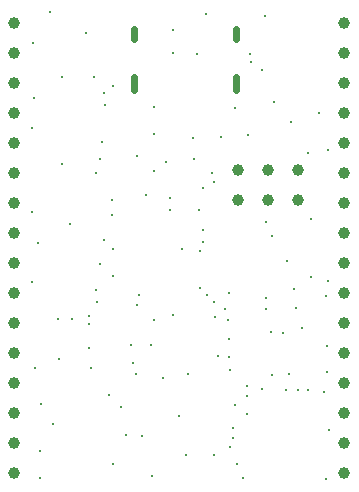
<source format=gbr>
%TF.GenerationSoftware,KiCad,Pcbnew,9.0.4*%
%TF.CreationDate,2025-09-11T17:12:07+01:00*%
%TF.ProjectId,OE PyBoard,4f452050-7942-46f6-9172-642e6b696361,rev?*%
%TF.SameCoordinates,Original*%
%TF.FileFunction,Plated,1,4,PTH,Mixed*%
%TF.FilePolarity,Positive*%
%FSLAX46Y46*%
G04 Gerber Fmt 4.6, Leading zero omitted, Abs format (unit mm)*
G04 Created by KiCad (PCBNEW 9.0.4) date 2025-09-11 17:12:07*
%MOMM*%
%LPD*%
G01*
G04 APERTURE LIST*
%TA.AperFunction,ViaDrill*%
%ADD10C,0.220000*%
%TD*%
G04 aperture for slot hole*
%TA.AperFunction,ComponentDrill*%
%ADD11C,0.600000*%
%TD*%
%TA.AperFunction,ComponentDrill*%
%ADD12C,1.000000*%
%TD*%
G04 APERTURE END LIST*
D10*
X129794000Y-104902000D03*
X129794000Y-112014000D03*
X129794000Y-117983000D03*
X129844800Y-97688400D03*
X129921000Y-102362000D03*
X130048000Y-125250000D03*
X130302000Y-114681000D03*
X130454400Y-132232400D03*
X130454400Y-134569200D03*
X130500000Y-128250000D03*
X131318000Y-95123000D03*
X131500000Y-130000000D03*
X131960510Y-121062966D03*
X132069548Y-124458000D03*
X132334000Y-100584000D03*
X132334000Y-107950000D03*
X132969000Y-113030000D03*
X133139431Y-121061573D03*
X134315200Y-96875600D03*
X134570000Y-120788666D03*
X134620000Y-121537000D03*
X134620000Y-123507000D03*
X134747000Y-125222000D03*
X135001000Y-100584000D03*
X135199832Y-108712000D03*
X135199832Y-118616000D03*
X135255000Y-119634000D03*
X135509000Y-107569000D03*
X135509000Y-116459000D03*
X135678000Y-106085000D03*
X135890000Y-101949106D03*
X135890000Y-114427000D03*
X135939803Y-102980065D03*
X136271000Y-127506000D03*
X136500000Y-111000000D03*
X136548720Y-112312720D03*
X136588500Y-115187000D03*
X136588500Y-117475000D03*
X136593022Y-101364106D03*
X136601200Y-133348000D03*
X137287000Y-128522000D03*
X137718800Y-130911600D03*
X138176000Y-123317000D03*
X138277600Y-124788025D03*
X138557000Y-125730000D03*
X138684000Y-107315000D03*
X138684000Y-119888000D03*
X138780000Y-119049000D03*
X139077797Y-130940660D03*
X139430000Y-110570799D03*
X139827000Y-123317000D03*
X139903200Y-134366000D03*
X140081000Y-103124000D03*
X140081000Y-105410000D03*
X140081000Y-108585000D03*
X140081000Y-121158000D03*
X140843000Y-126111000D03*
X141097000Y-107823000D03*
X141478000Y-110871000D03*
X141478000Y-111885000D03*
X141732000Y-96647000D03*
X141732000Y-98552000D03*
X141732000Y-120777000D03*
X142240000Y-129284000D03*
X142494000Y-115187000D03*
X142798800Y-132559777D03*
X143002000Y-125730000D03*
X143408400Y-105714800D03*
X143499446Y-107500000D03*
X143713200Y-98602800D03*
X143891000Y-111887000D03*
X144018000Y-115314000D03*
X144018000Y-118489000D03*
X144272000Y-109980000D03*
X144272000Y-113536000D03*
X144272000Y-114552000D03*
X144510583Y-95235447D03*
X144529617Y-119049000D03*
X144974638Y-108710383D03*
X145161000Y-109474000D03*
X145161000Y-119634000D03*
X145161000Y-132588000D03*
X145288000Y-120904000D03*
X145542000Y-124206000D03*
X145796000Y-105664000D03*
X146125000Y-120267000D03*
X146335750Y-121124250D03*
X146431000Y-118872000D03*
X146431000Y-122807000D03*
X146431000Y-124331000D03*
X146509481Y-131902481D03*
X146558000Y-125424534D03*
X146812000Y-130300000D03*
X146812000Y-131189000D03*
X146939000Y-103251000D03*
X146939000Y-128397000D03*
X147079000Y-133361000D03*
X147624800Y-134518400D03*
X147955000Y-126746000D03*
X147955000Y-127635000D03*
X147955000Y-129159000D03*
X148082000Y-105509000D03*
X148219742Y-98615491D03*
X148303066Y-99334043D03*
X149225000Y-127000000D03*
X149250000Y-100000000D03*
X149453600Y-95402400D03*
X149527885Y-120228716D03*
X149553234Y-112839991D03*
X149569961Y-119320493D03*
X149987000Y-122174000D03*
X150114000Y-114046000D03*
X150114000Y-125855000D03*
X150215600Y-102717600D03*
X151028681Y-122263533D03*
X151250000Y-127075000D03*
X151384000Y-116179600D03*
X151511000Y-125730000D03*
X151647912Y-104421942D03*
X151943988Y-118547201D03*
X152096000Y-120142000D03*
X152273000Y-127075000D03*
X152643999Y-121869757D03*
X153142500Y-127107500D03*
X153162000Y-107061000D03*
X153354000Y-117500400D03*
X153416000Y-112649000D03*
X154025600Y-103632000D03*
X154482800Y-127254000D03*
X154686000Y-119126000D03*
X154686000Y-134620000D03*
X154736800Y-123342400D03*
X154736800Y-125577600D03*
X154809563Y-106807000D03*
X154813000Y-117856000D03*
X154889200Y-130454400D03*
D11*
%TO.C,J3*%
X138428000Y-96531000D02*
X138428000Y-97331000D01*
X138428000Y-100561000D02*
X138428000Y-101661000D01*
X147068000Y-96531000D02*
X147068000Y-97331000D01*
X147068000Y-100561000D02*
X147068000Y-101661000D01*
D12*
%TO.C,J6*%
X128270000Y-96012000D03*
X128270000Y-98552000D03*
X128270000Y-101092000D03*
X128270000Y-103632000D03*
X128270000Y-106172000D03*
X128270000Y-108712000D03*
X128270000Y-111252000D03*
X128270000Y-113792000D03*
X128270000Y-116332000D03*
X128270000Y-118872000D03*
X128270000Y-121412000D03*
X128270000Y-123952000D03*
X128270000Y-126492000D03*
X128270000Y-129032000D03*
X128270000Y-131572000D03*
X128270000Y-134112000D03*
%TO.C,J4*%
X147178000Y-108478000D03*
X147178000Y-111018000D03*
X149718000Y-108478000D03*
X149718000Y-111018000D03*
X152258000Y-108478000D03*
X152258000Y-111018000D03*
%TO.C,J7*%
X156210000Y-96012000D03*
X156210000Y-98552000D03*
X156210000Y-101092000D03*
X156210000Y-103632000D03*
X156210000Y-106172000D03*
X156210000Y-108712000D03*
X156210000Y-111252000D03*
X156210000Y-113792000D03*
X156210000Y-116332000D03*
X156210000Y-118872000D03*
X156210000Y-121412000D03*
X156210000Y-123952000D03*
X156210000Y-126492000D03*
X156210000Y-129032000D03*
X156210000Y-131572000D03*
X156210000Y-134112000D03*
M02*

</source>
